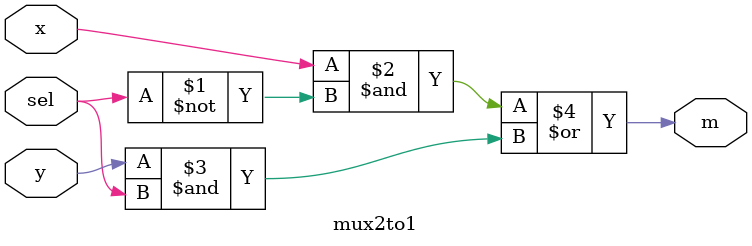
<source format=v>
module adder_subtraction(SW, LEDR);
	input [9:0] SW;
	output [9:0] LEDR;
	
	four_bit_adder u0(
			.Sub0(SW[0]),
			.Sub1(SW[0]),
			.A(SW[4:1]),
			.B(SW[8:5]),
			.S(LEDR[3:0]),
			.cout(LEDR[4])
			);
endmodule

module four_bit_adder(Sub0, Sub1, A, B, S, cout);
	input Sub0;
	input Sub1;
	input [3:0]A;
	input [3:0]B;
	output [3:0]S;
	output cout;
	
	wire Carry_wire0, Carry_wire1, Carry_wire2;
	
	four_bit_adder_piece f0(
			.a(A[0]),
			.b(B[0]),
			.cin0(Sub0),
			.cin1(Sub1),
			.cout(Carry_wire0),
			.s(S[0])
			);
	
	four_bit_adder_piece f1(
			.a(A[1]),
			.b(B[1]),
			.cin0(Sub0),
			.cin1(Carry_wire0),
			.cout(Carry_wire1),
			.s(S[1])
			);
	
	four_bit_adder_piece f2(
			.a(A[2]),
			.b(B[2]),
			.cin0(Sub0),
			.cin1(Carry_wire1),
			.cout(Carry_wire2),
			.s(S[2])
			);
			
	four_bit_adder_piece f3(
			.a(A[3]),
			.b(B[3]),
			.cin0(Sub0),
			.cin1(Carry_wire2),
			.cout(cout),
			.s(S[3])
			);
	
endmodule

module four_bit_adder_piece(a, b, cin0, cin1, cout, s);
	input a;
	input b;
	input cin0;
	input cin1;
	output cout;
	output s;
	
	mux2to1 m0(
			.x(b^cin0),
			.y(cin1),
			.sel(a^(b^cin0)),
			.m(cout)
			);
	
	assign s = (a^(b^cin0))^cin1;
	
endmodule

module mux2to1(x, y, sel, m);
	input x;
	input y;
	input sel;
	output m;
	
	assign m = (x&~sel) | (y&sel);
	
endmodule

</source>
